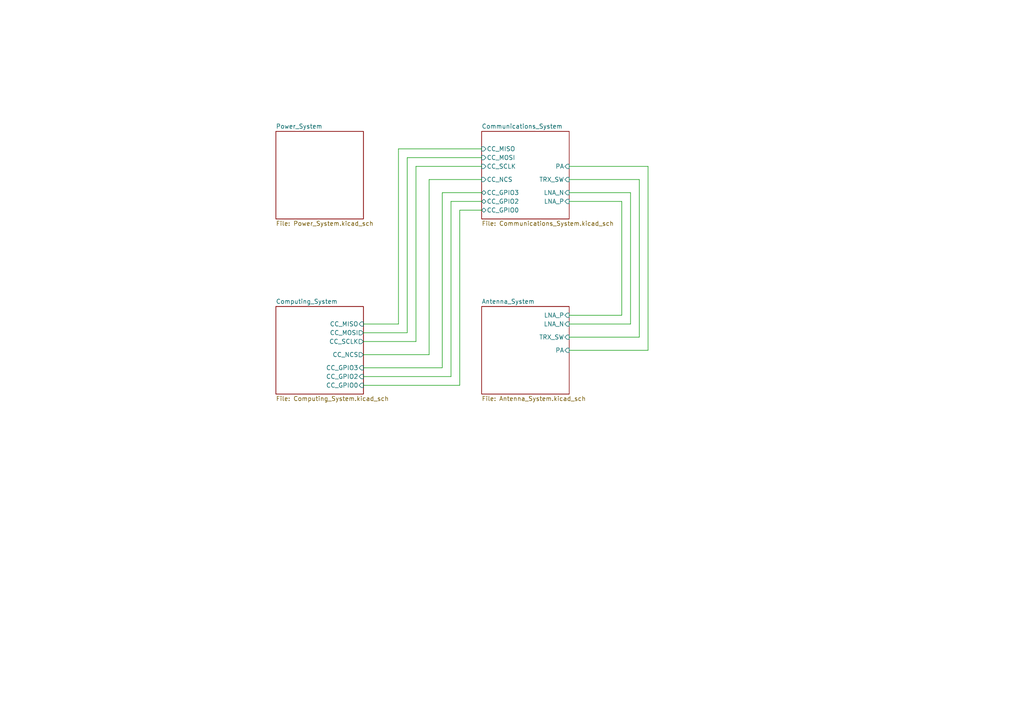
<source format=kicad_sch>
(kicad_sch (version 20230121) (generator eeschema)
  (paper "A4")
  (lib_symbols)
  (wire (pts (xy 185.42 97.79) (xy 165.1 97.79)))
  (wire (pts (xy 187.96 101.6) (xy 165.1 101.6)))
  (wire (pts (xy 133.35 111.76) (xy 133.35 60.96)))
  (wire (pts (xy 124.46 52.07) (xy 139.7 52.07)))
  (wire (pts (xy 118.11 96.52) (xy 118.11 45.72)))
  (wire (pts (xy 120.65 99.06) (xy 120.65 48.26)))
  (wire (pts (xy 165.1 48.26) (xy 187.96 48.26)))
  (wire (pts (xy 182.88 55.88) (xy 182.88 93.98)))
  (wire (pts (xy 105.41 106.68) (xy 128.27 106.68)))
  (wire (pts (xy 115.57 43.18) (xy 139.7 43.18)))
  (wire (pts (xy 165.1 52.07) (xy 185.42 52.07)))
  (wire (pts (xy 128.27 106.68) (xy 128.27 55.88)))
  (wire (pts (xy 165.1 58.42) (xy 180.34 58.42)))
  (wire (pts (xy 124.46 102.87) (xy 124.46 52.07)))
  (wire (pts (xy 182.88 93.98) (xy 165.1 93.98)))
  (wire (pts (xy 120.65 48.26) (xy 139.7 48.26)))
  (wire (pts (xy 118.11 45.72) (xy 139.7 45.72)))
  (wire (pts (xy 105.41 99.06) (xy 120.65 99.06)))
  (wire (pts (xy 187.96 48.26) (xy 187.96 101.6)))
  (wire (pts (xy 105.41 102.87) (xy 124.46 102.87)))
  (wire (pts (xy 105.41 93.98) (xy 115.57 93.98)))
  (wire (pts (xy 128.27 55.88) (xy 139.7 55.88)))
  (wire (pts (xy 105.41 109.22) (xy 130.81 109.22)))
  (wire (pts (xy 180.34 91.44) (xy 165.1 91.44)))
  (wire (pts (xy 180.34 58.42) (xy 180.34 91.44)))
  (wire (pts (xy 185.42 52.07) (xy 185.42 97.79)))
  (wire (pts (xy 105.41 96.52) (xy 118.11 96.52)))
  (wire (pts (xy 105.41 111.76) (xy 133.35 111.76)))
  (wire (pts (xy 115.57 93.98) (xy 115.57 43.18)))
  (wire (pts (xy 130.81 58.42) (xy 139.7 58.42)))
  (wire (pts (xy 133.35 60.96) (xy 139.7 60.96)))
  (wire (pts (xy 165.1 55.88) (xy 182.88 55.88)))
  (wire (pts (xy 130.81 109.22) (xy 130.81 58.42)))
  (sheet (at 80.01 88.9) (size 25.4 25.4) (stroke (width 0.1524))
    (property "Sheetname" "Computing_System" (at 80.01 88.1884 0) (effects (justify left bottom)))
    (property "Sheetfile" "Computing_System.kicad_sch" (at 80.01 114.8846 0) (effects (justify left top)))
    (pin "CC_GPIO2" input (at 105.41 109.22 0))
    (pin "CC_GPIO3" input (at 105.41 106.68 0))
    (pin "CC_GPIO0" input (at 105.41 111.76 0))
    (pin "CC_NCS" output (at 105.41 102.87 0))
    (pin "CC_SCLK" output (at 105.41 99.06 0))
    (pin "CC_MOSI" output (at 105.41 96.52 0))
    (pin "CC_MISO" input (at 105.41 93.98 0))
  )
  (sheet (at 139.7 88.9) (size 25.4 25.4) (stroke (width 0.1524))
    (property "Sheetname" "Antenna_System" (at 139.7 88.1884 0) (effects (justify left bottom)))
    (property "Sheetfile" "Antenna_System.kicad_sch" (at 139.7 114.8846 0) (effects (justify left top)))
    (pin "TRX_SW" input (at 165.1 97.79 0))
    (pin "PA" input (at 165.1 101.6 0))
    (pin "LNA_P" input (at 165.1 91.44 0))
    (pin "LNA_N" input (at 165.1 93.98 0))
  )
  (sheet (at 139.7 38.1) (size 25.4 25.4) (stroke (width 0.1524))
    (property "Sheetname" "Communications_System" (at 139.7 37.3884 0) (effects (justify left bottom)))
    (property "Sheetfile" "Communications_System.kicad_sch" (at 139.7 64.0846 0) (effects (justify left top)))
    (pin "CC_GPIO0" bidirectional (at 139.7 60.96 180))
    (pin "PA" input (at 165.1 48.26 0))
    (pin "TRX_SW" input (at 165.1 52.07 0))
    (pin "LNA_P" input (at 165.1 58.42 0))
    (pin "LNA_N" input (at 165.1 55.88 0))
    (pin "CC_GPIO3" bidirectional (at 139.7 55.88 180))
    (pin "CC_GPIO2" bidirectional (at 139.7 58.42 180))
    (pin "CC_MISO" input (at 139.7 43.18 180))
    (pin "CC_NCS" input (at 139.7 52.07 180))
    (pin "CC_MOSI" input (at 139.7 45.72 180))
    (pin "CC_SCLK" input (at 139.7 48.26 180))
  )
  (sheet (at 80.01 38.1) (size 25.4 25.4) (stroke (width 0.1524))
    (property "Sheetname" "Power_System" (at 80.01 37.3884 0) (effects (justify left bottom)))
    (property "Sheetfile" "Power_System.kicad_sch" (at 80.01 64.0846 0) (effects (justify left top)))
  )
)
</source>
